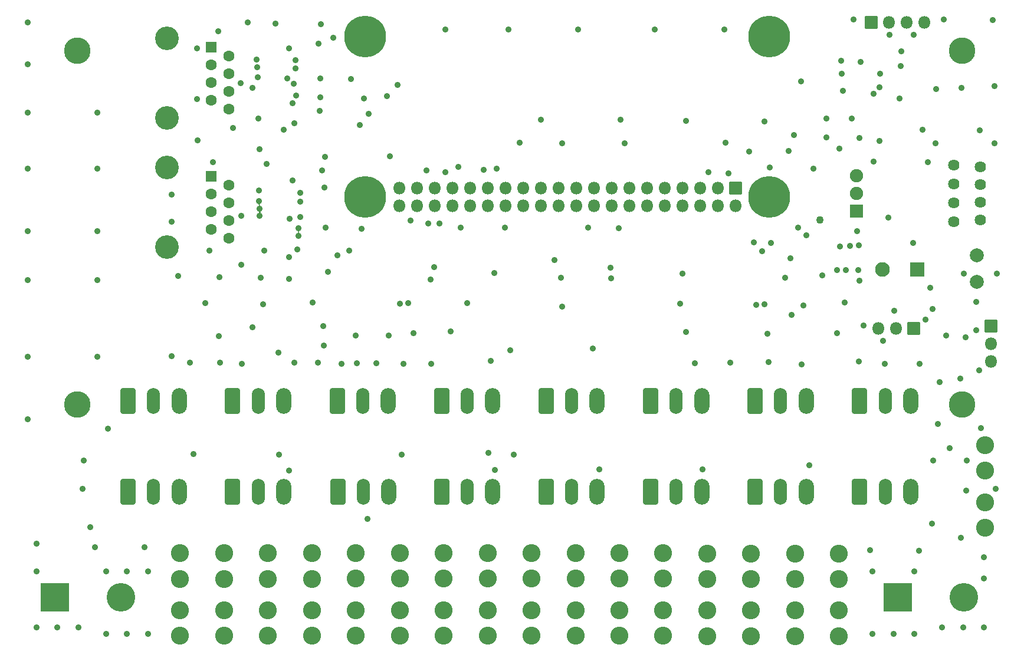
<source format=gbr>
%TF.GenerationSoftware,KiCad,Pcbnew,(6.0.7)*%
%TF.CreationDate,2022-08-20T02:55:52-04:00*%
%TF.ProjectId,Pi_Zero_W_16,50695f5a-6572-46f5-9f57-5f31362e6b69,v1*%
%TF.SameCoordinates,Original*%
%TF.FileFunction,Soldermask,Bot*%
%TF.FilePolarity,Negative*%
%FSLAX46Y46*%
G04 Gerber Fmt 4.6, Leading zero omitted, Abs format (unit mm)*
G04 Created by KiCad (PCBNEW (6.0.7)) date 2022-08-20 02:55:52*
%MOMM*%
%LPD*%
G01*
G04 APERTURE LIST*
G04 Aperture macros list*
%AMRoundRect*
0 Rectangle with rounded corners*
0 $1 Rounding radius*
0 $2 $3 $4 $5 $6 $7 $8 $9 X,Y pos of 4 corners*
0 Add a 4 corners polygon primitive as box body*
4,1,4,$2,$3,$4,$5,$6,$7,$8,$9,$2,$3,0*
0 Add four circle primitives for the rounded corners*
1,1,$1+$1,$2,$3*
1,1,$1+$1,$4,$5*
1,1,$1+$1,$6,$7*
1,1,$1+$1,$8,$9*
0 Add four rect primitives between the rounded corners*
20,1,$1+$1,$2,$3,$4,$5,0*
20,1,$1+$1,$4,$5,$6,$7,0*
20,1,$1+$1,$6,$7,$8,$9,0*
20,1,$1+$1,$8,$9,$2,$3,0*%
G04 Aperture macros list end*
%ADD10RoundRect,0.342667X-0.758333X-1.508333X0.758333X-1.508333X0.758333X1.508333X-0.758333X1.508333X0*%
%ADD11O,1.902000X3.702000*%
%ADD12O,2.202000X3.702000*%
%ADD13C,2.577000*%
%ADD14RoundRect,0.051000X-0.850000X0.850000X-0.850000X-0.850000X0.850000X-0.850000X0.850000X0.850000X0*%
%ADD15O,1.802000X1.802000*%
%ADD16RoundRect,0.051000X-0.850000X-0.850000X0.850000X-0.850000X0.850000X0.850000X-0.850000X0.850000X0*%
%ADD17RoundRect,0.051000X1.000000X1.000000X-1.000000X1.000000X-1.000000X-1.000000X1.000000X-1.000000X0*%
%ADD18C,2.102000*%
%ADD19RoundRect,0.051000X0.850000X-0.850000X0.850000X0.850000X-0.850000X0.850000X-0.850000X-0.850000X0*%
%ADD20C,3.402000*%
%ADD21RoundRect,0.051000X-0.750000X0.750000X-0.750000X-0.750000X0.750000X-0.750000X0.750000X0.750000X0*%
%ADD22C,1.602000*%
%ADD23RoundRect,0.051000X-2.000000X-2.000000X2.000000X-2.000000X2.000000X2.000000X-2.000000X2.000000X0*%
%ADD24C,4.102000*%
%ADD25C,2.006000*%
%ADD26C,3.802000*%
%ADD27RoundRect,0.051000X-0.900000X0.900000X-0.900000X-0.900000X0.900000X-0.900000X0.900000X0.900000X0*%
%ADD28C,1.902000*%
%ADD29C,1.626000*%
%ADD30C,6.000000*%
%ADD31C,0.902000*%
%ADD32C,1.102000*%
G04 APERTURE END LIST*
D10*
%TO.C,J2*%
X-112678400Y28900D03*
D11*
X-109018400Y28900D03*
D12*
X-105358400Y28900D03*
%TD*%
D10*
%TO.C,J5*%
X-82678400Y13028900D03*
D11*
X-79018400Y13028900D03*
D12*
X-75358400Y13028900D03*
%TD*%
D10*
%TO.C,J6*%
X-82564058Y28900D03*
D11*
X-78904058Y28900D03*
D12*
X-75244058Y28900D03*
%TD*%
D10*
%TO.C,J7*%
X-67678400Y13028900D03*
D11*
X-64018400Y13028900D03*
D12*
X-60358400Y13028900D03*
%TD*%
D10*
%TO.C,J8*%
X-67678400Y28900D03*
D11*
X-64018400Y28900D03*
D12*
X-60358400Y28900D03*
%TD*%
D10*
%TO.C,J9*%
X-52678400Y13028900D03*
D11*
X-49018400Y13028900D03*
D12*
X-45358400Y13028900D03*
%TD*%
D10*
%TO.C,J10*%
X-52678400Y28900D03*
D11*
X-49018400Y28900D03*
D12*
X-45358400Y28900D03*
%TD*%
D10*
%TO.C,J11*%
X-37678400Y13028900D03*
D11*
X-34018400Y13028900D03*
D12*
X-30358400Y13028900D03*
%TD*%
D10*
%TO.C,J12*%
X-37678400Y28900D03*
D11*
X-34018400Y28900D03*
D12*
X-30358400Y28900D03*
%TD*%
D10*
%TO.C,J13*%
X-22678400Y13028900D03*
D11*
X-19018400Y13028900D03*
D12*
X-15358400Y13028900D03*
%TD*%
D10*
%TO.C,J14*%
X-22678400Y28900D03*
D11*
X-19018400Y28900D03*
D12*
X-15358400Y28900D03*
%TD*%
D10*
%TO.C,J15*%
X-7678400Y13028900D03*
D11*
X-4018400Y13028900D03*
D12*
X-358400Y13028900D03*
%TD*%
D10*
%TO.C,J16*%
X-7678400Y28900D03*
D11*
X-4018400Y28900D03*
D12*
X-358400Y28900D03*
%TD*%
D13*
%TO.C,F1*%
X-105238400Y-20699100D03*
X-105238400Y-16999100D03*
X-105238400Y-12499100D03*
X-105238400Y-8799100D03*
%TD*%
%TO.C,F7*%
X-67398404Y-20695100D03*
X-67398404Y-16995100D03*
X-67398404Y-12495100D03*
X-67398404Y-8795100D03*
%TD*%
%TO.C,F2*%
X-98931734Y-20699100D03*
X-98931734Y-16999100D03*
X-98931734Y-12499100D03*
X-98931734Y-8799100D03*
%TD*%
%TO.C,F6*%
X-73705070Y-20695100D03*
X-73705070Y-16995100D03*
X-73705070Y-12495100D03*
X-73705070Y-8795100D03*
%TD*%
%TO.C,F8*%
X-61091738Y-20695100D03*
X-61091738Y-16995100D03*
X-61091738Y-12495100D03*
X-61091738Y-8795100D03*
%TD*%
%TO.C,F9*%
X-54785072Y-20695100D03*
X-54785072Y-16995100D03*
X-54785072Y-12495100D03*
X-54785072Y-8795100D03*
%TD*%
%TO.C,F10*%
X-48478406Y-20695100D03*
X-48478406Y-16995100D03*
X-48478406Y-12495100D03*
X-48478406Y-8795100D03*
%TD*%
%TO.C,F5*%
X-80011736Y-20695100D03*
X-80011736Y-16995100D03*
X-80011736Y-12495100D03*
X-80011736Y-8795100D03*
%TD*%
%TO.C,F3*%
X-92625068Y-20700100D03*
X-92625068Y-17000100D03*
X-92625068Y-12500100D03*
X-92625068Y-8800100D03*
%TD*%
%TO.C,F11*%
X-42171740Y-20695100D03*
X-42171740Y-16995100D03*
X-42171740Y-12495100D03*
X-42171740Y-8795100D03*
%TD*%
%TO.C,F4*%
X-86318402Y-20700100D03*
X-86318402Y-17000100D03*
X-86318402Y-12500100D03*
X-86318402Y-8800100D03*
%TD*%
D10*
%TO.C,J1*%
X-112678400Y13028900D03*
D11*
X-109018400Y13028900D03*
D12*
X-105358400Y13028900D03*
%TD*%
D10*
%TO.C,J3*%
X-97678400Y13028900D03*
D11*
X-94018400Y13028900D03*
D12*
X-90358400Y13028900D03*
%TD*%
D10*
%TO.C,J4*%
X-97678400Y28900D03*
D11*
X-94018400Y28900D03*
D12*
X-90358400Y28900D03*
%TD*%
D13*
%TO.C,F12*%
X-35865074Y-20691300D03*
X-35865074Y-16991300D03*
X-35865074Y-12491300D03*
X-35865074Y-8791300D03*
%TD*%
D14*
%TO.C,J21*%
X61600Y23484100D03*
D15*
X-2478400Y23484100D03*
X-5018400Y23484100D03*
%TD*%
D13*
%TO.C,F17*%
X10308800Y-5199100D03*
X10308800Y-1499100D03*
X10308800Y3000900D03*
X10308800Y6700900D03*
%TD*%
D16*
%TO.C,J20*%
X11161600Y23790500D03*
D15*
X11161600Y21250500D03*
X11161600Y18710500D03*
%TD*%
D17*
%TO.C,C1*%
X561600Y31950900D03*
D18*
X-4438400Y31950900D03*
%TD*%
D19*
%TO.C,J22*%
X-5988400Y67375900D03*
D15*
X-3448400Y67375900D03*
X-908400Y67375900D03*
X1631600Y67375900D03*
%TD*%
D20*
%TO.C,J23*%
X-107118400Y53648400D03*
X-107118400Y65078400D03*
D21*
X-100768400Y63808400D03*
D22*
X-98228400Y62538400D03*
X-100768400Y61268400D03*
X-98228400Y59998400D03*
X-100768400Y58728400D03*
X-98228400Y57458400D03*
X-100768400Y56188400D03*
X-98228400Y54918400D03*
%TD*%
D20*
%TO.C,J24*%
X-107093400Y46583400D03*
X-107093400Y35153400D03*
D21*
X-100743400Y45313400D03*
D22*
X-98203400Y44043400D03*
X-100743400Y42773400D03*
X-98203400Y41503400D03*
X-100743400Y40233400D03*
X-98203400Y38963400D03*
X-100743400Y37693400D03*
X-98203400Y36423400D03*
%TD*%
D23*
%TO.C,J18*%
X-2238400Y-15149100D03*
D24*
X7261600Y-15149100D03*
%TD*%
D13*
%TO.C,F13*%
X-29558408Y-20760100D03*
X-29558408Y-17060100D03*
X-29558408Y-12560100D03*
X-29558408Y-8860100D03*
%TD*%
%TO.C,F14*%
X-23251742Y-20760100D03*
X-23251742Y-17060100D03*
X-23251742Y-12560100D03*
X-23251742Y-8860100D03*
%TD*%
%TO.C,F15*%
X-16945076Y-20760100D03*
X-16945076Y-17060100D03*
X-16945076Y-12560100D03*
X-16945076Y-8860100D03*
%TD*%
%TO.C,F16*%
X-10638400Y-20760100D03*
X-10638400Y-17060100D03*
X-10638400Y-12560100D03*
X-10638400Y-8860100D03*
%TD*%
D23*
%TO.C,J17*%
X-123238400Y-15149100D03*
D24*
X-113738400Y-15149100D03*
%TD*%
D25*
%TO.C,J19*%
X9112059Y30145340D03*
X9112059Y33955340D03*
%TD*%
D26*
%TO.C,H2*%
X7010400Y12484900D03*
%TD*%
%TO.C,H3*%
X-119989600Y63284900D03*
%TD*%
D27*
%TO.C,U7*%
X-8117900Y40310900D03*
D28*
X-8117900Y42850900D03*
X-8117900Y45390900D03*
D29*
X9662100Y46660900D03*
X9662100Y44120900D03*
X9662100Y41580900D03*
X9662100Y39040900D03*
X5852100Y46892840D03*
X5852100Y44197900D03*
X5852100Y41503900D03*
X5852100Y38808960D03*
%TD*%
D26*
%TO.C,H4*%
X7010400Y63284900D03*
%TD*%
%TO.C,H1*%
X-119989600Y12484900D03*
%TD*%
D30*
%TO.C,U1*%
X-78623400Y42355900D03*
X-20623400Y42355900D03*
X-20623400Y65355900D03*
X-78623400Y65355900D03*
D19*
X-25493400Y43625900D03*
D15*
X-25493400Y41085900D03*
X-28033400Y43625900D03*
X-28033400Y41085900D03*
X-30573400Y43625900D03*
X-30573400Y41085900D03*
X-33113400Y43625900D03*
X-33113400Y41085900D03*
X-35653400Y43625900D03*
X-35653400Y41085900D03*
X-38193400Y43625900D03*
X-38193400Y41085900D03*
X-40733400Y43625900D03*
X-40733400Y41085900D03*
X-43273400Y43625900D03*
X-43273400Y41085900D03*
X-45813400Y43625900D03*
X-45813400Y41085900D03*
X-48353400Y43625900D03*
X-48353400Y41085900D03*
X-50893400Y43625900D03*
X-50893400Y41085900D03*
X-53433400Y43625900D03*
X-53433400Y41085900D03*
X-55973400Y43625900D03*
X-55973400Y41085900D03*
X-58513400Y43625900D03*
X-58513400Y41085900D03*
X-61053400Y43625900D03*
X-61053400Y41085900D03*
X-63593400Y43625900D03*
X-63593400Y41085900D03*
X-66133400Y43625900D03*
X-66133400Y41085900D03*
X-68673400Y43625900D03*
X-68673400Y41085900D03*
X-71213400Y43625900D03*
X-71213400Y41085900D03*
X-73753400Y43625900D03*
X-73753400Y41085900D03*
%TD*%
D31*
X-17422920Y25431340D03*
X-67118400Y66400900D03*
X-85118400Y56600900D03*
X-99568400Y30800900D03*
X-95518400Y67400900D03*
X-1718400Y63250900D03*
X-67118400Y45900900D03*
X-99768400Y66100900D03*
X-68018400Y38550900D03*
X-14318400Y46350900D03*
X-117118400Y37400900D03*
X7311600Y31308900D03*
X-16068400Y58950900D03*
X-89518400Y39200900D03*
X-50418400Y50026899D03*
X-69568400Y38550900D03*
X-59999600Y3126300D03*
X-30249600Y3226300D03*
X-4038400Y18350900D03*
X81600Y65600900D03*
X-15318400Y36850900D03*
X4381600Y67800900D03*
X-53418400Y53450900D03*
X-15968400Y18300900D03*
X-75268400Y22450900D03*
X-118141276Y-5051830D03*
X7161600Y-19449100D03*
X-9068400Y35300900D03*
X-14949600Y3776300D03*
X-127118400Y67400900D03*
X-9838400Y27150900D03*
X7661600Y4500900D03*
X-85018400Y67150900D03*
X-88818400Y52900900D03*
X-17638400Y33550900D03*
X-91068400Y20000900D03*
X-12468400Y50900900D03*
X-73418400Y5350900D03*
X-89599600Y3026300D03*
X-88368400Y34750900D03*
X-9618400Y31800900D03*
X-80668400Y59250900D03*
X-83268400Y65150900D03*
X-57368400Y5350900D03*
X-3568400Y39350900D03*
X-4868400Y50400900D03*
X-64038400Y27050900D03*
X-20718400Y18600900D03*
X-102768400Y56350900D03*
X-102768400Y63650900D03*
X-85418400Y18550900D03*
X-33118400Y31313980D03*
X-78118400Y54300900D03*
X-127118400Y46400900D03*
X-7868400Y31850900D03*
X-21668400Y34500900D03*
X-117118400Y54400900D03*
X-79168400Y37750900D03*
X-85118400Y59350900D03*
X-117118400Y30400900D03*
X-48118400Y66400900D03*
X-82068400Y18400900D03*
X-45049600Y3226300D03*
X-7518400Y61700900D03*
X-65318400Y46650900D03*
X-1818400Y61100900D03*
X-43368400Y30650900D03*
X11861600Y400900D03*
X9089600Y27244900D03*
X-8518400Y67800900D03*
X-51468400Y33250900D03*
X-119217900Y400900D03*
X-32568400Y53250900D03*
X-101018400Y34600900D03*
X-110338400Y-7949100D03*
X9531600Y51900900D03*
X-6218400Y-8379100D03*
X-37118400Y66400900D03*
X-26968400Y50100900D03*
X-93318400Y26950900D03*
X-64918400Y37950900D03*
X-73968400Y58400900D03*
X-13018400Y31100900D03*
X-7818400Y18700900D03*
X1761600Y24750900D03*
X-80018400Y22400900D03*
X-4338400Y21650900D03*
X-72473400Y27058300D03*
X-60118400Y31400900D03*
X-5718400Y47400900D03*
X2761600Y26250900D03*
X-84668400Y23750900D03*
X961600Y18350900D03*
X-84418400Y48100900D03*
X4771600Y22418900D03*
X-105468400Y31000900D03*
X-88218400Y36750900D03*
X-77068400Y18450900D03*
X-89068400Y44700900D03*
X-103318400Y5400900D03*
X-7688400Y30300900D03*
X-10938400Y22750900D03*
X-80968400Y34600900D03*
X1381600Y51950900D03*
X-71718400Y22800900D03*
X-23568400Y48850900D03*
X-78818400Y56450900D03*
X-106418400Y38800900D03*
X4161600Y-19449100D03*
X-79418400Y52650900D03*
X-50368400Y26600900D03*
X-86218400Y27200900D03*
X7611600Y150900D03*
X-69218400Y18400900D03*
X10161600Y-12449100D03*
X-17868400Y48950900D03*
X-69868400Y46100900D03*
X9089600Y23180900D03*
X-27118400Y66400900D03*
X-127118400Y19400900D03*
X-127118400Y54400900D03*
X-91018400Y5300900D03*
X11681600Y58200900D03*
X-125838400Y-7449100D03*
X-127118400Y37400900D03*
X-119838400Y-19449100D03*
X-31368400Y18450900D03*
X-125838400Y-11449100D03*
X-50518400Y30700900D03*
X-72118400Y38900900D03*
X-89868400Y59350900D03*
X-106468400Y19500900D03*
X6881600Y-6599100D03*
X-73641800Y27032900D03*
X-10618400Y49250900D03*
X-93118400Y34650900D03*
X881600Y-8449100D03*
X-7718400Y50750900D03*
X-73118400Y18350900D03*
X-59768400Y46350900D03*
X-10968400Y31800900D03*
X9761600Y9150900D03*
X-94018400Y53600900D03*
X-3418400Y65600900D03*
X-57818400Y20350900D03*
X-42018400Y53400900D03*
X-97668400Y52250900D03*
X-58568400Y37950900D03*
X-10368400Y61900900D03*
X-127118400Y61400900D03*
X3231600Y50050900D03*
X-21304040Y26894380D03*
X-58118400Y66400900D03*
X-69268400Y30450900D03*
X-8818400Y53600900D03*
X2081600Y47350900D03*
X11681600Y50000900D03*
X-94818400Y23600900D03*
X-33460480Y27001060D03*
X-89618400Y33700900D03*
X-56468400Y50100900D03*
X5228800Y6239100D03*
X-101568400Y27100900D03*
X-68718400Y32250900D03*
X-92768400Y47100900D03*
X-122838400Y-19449100D03*
X-26518400Y45700900D03*
X10161600Y-9449100D03*
X-46668400Y37950900D03*
X12011600Y31350900D03*
X-119038400Y4450900D03*
X-75068400Y48200900D03*
X-89568400Y63700900D03*
X-45968400Y20550900D03*
X2861600Y4450900D03*
X-43418400Y32200900D03*
X-8038400Y37450900D03*
X-102718400Y50450900D03*
X-84318400Y37950900D03*
X-117438400Y-7949100D03*
X-79818400Y18450900D03*
X-89118400Y55800900D03*
X-20568400Y46550900D03*
X-93818400Y49200900D03*
D32*
X-13388400Y39000400D03*
D31*
X-60968400Y5550900D03*
X-84018400Y31550900D03*
X-125838400Y-19449100D03*
X-106468400Y42650900D03*
X-100468400Y47350900D03*
X-127118400Y10400900D03*
X-20918400Y22700900D03*
X-41418400Y50026899D03*
X-7138400Y23850900D03*
X-1968400Y56450900D03*
X-85168400Y54650900D03*
X7565600Y22164900D03*
X9461600Y17450900D03*
X-84868400Y46150900D03*
X-89618400Y30550900D03*
X-103768400Y18550900D03*
X-17118400Y51250900D03*
X11431600Y67700900D03*
X-90368400Y52000900D03*
X-18338400Y30750900D03*
X3761600Y15750900D03*
X2461600Y29250900D03*
X-10518400Y35250900D03*
X-22528320Y26863900D03*
X6931600Y57950900D03*
X-20418400Y35750900D03*
X-88818400Y18550900D03*
X-93618400Y30750900D03*
X-115549600Y9076300D03*
X-7818400Y35350900D03*
X-12468400Y53550900D03*
X-82668400Y33900900D03*
X-22868400Y35800900D03*
X-60668400Y18750900D03*
X-99468400Y18550900D03*
X6761600Y16250900D03*
X-61668400Y46250900D03*
X-18400Y35750900D03*
X-21308054Y53162580D03*
X-42268400Y37850900D03*
X10161600Y-19449100D03*
X-117118400Y46400900D03*
X-96418400Y32600900D03*
X-78349600Y-3873700D03*
X-26268400Y18550900D03*
X-85368400Y64300900D03*
X-91518400Y67200900D03*
X-84518400Y43700900D03*
X-75518400Y56800900D03*
X-5718400Y57150900D03*
X-127118400Y30400900D03*
X-96318400Y18400900D03*
X-66368400Y23050900D03*
X-99668400Y22350900D03*
X-117118400Y19400900D03*
X2661600Y-4549100D03*
X-32618400Y22950900D03*
X3331600Y57850900D03*
X-2738400Y25950900D03*
X-15792240Y26772460D03*
X-16518400Y37950900D03*
X3561600Y9750900D03*
X-84568400Y20950900D03*
X-115838400Y-20449100D03*
X-115838400Y-11449100D03*
X-109838400Y-20449100D03*
X-112838400Y-11449100D03*
X-109838400Y-11449100D03*
X-112838400Y-20449100D03*
X-5838400Y-20449100D03*
X-5838400Y-11449100D03*
X161600Y-11449100D03*
X161600Y-20449100D03*
X-2838400Y-20449100D03*
X-94229982Y62042173D03*
X-88618400Y62000900D03*
X-94068400Y59500900D03*
X-88868400Y58600900D03*
X-96493400Y58625900D03*
X-88593400Y56875900D03*
X-94869038Y58007537D03*
X-29368400Y45850900D03*
X-94143400Y60925900D03*
X-88643400Y60750900D03*
X-4828400Y58050900D03*
X-10118400Y57550900D03*
X-10218400Y60000900D03*
X-4718400Y60000900D03*
X-93918400Y41725900D03*
X-87968400Y41650900D03*
X-88218400Y37850900D03*
X-93784736Y39617236D03*
X-93793400Y40650900D03*
X-96443400Y39625900D03*
X-87993400Y39425900D03*
X-93918400Y43250900D03*
X-87968400Y42950900D03*
G36*
X-88290185Y37407697D02*
G01*
X-88162906Y37405363D01*
X-88077056Y37428769D01*
X-88075122Y37428259D01*
X-88074596Y37426330D01*
X-88075765Y37424991D01*
X-88100741Y37414646D01*
X-88154900Y37371002D01*
X-88176772Y37305287D01*
X-88159644Y37238181D01*
X-88108761Y37190807D01*
X-88100979Y37187253D01*
X-88071366Y37174987D01*
X-88070148Y37173400D01*
X-88070913Y37171552D01*
X-88072704Y37171223D01*
X-88152036Y37194948D01*
X-88279334Y37195725D01*
X-88361954Y37172112D01*
X-88363895Y37172598D01*
X-88364444Y37174521D01*
X-88363269Y37175883D01*
X-88336058Y37187154D01*
X-88281899Y37230798D01*
X-88260027Y37296513D01*
X-88277155Y37363619D01*
X-88328038Y37410993D01*
X-88335821Y37414547D01*
X-88367502Y37427670D01*
X-88368720Y37429257D01*
X-88367955Y37431105D01*
X-88366141Y37431427D01*
X-88290185Y37407697D01*
G37*
G36*
X-93595022Y40247648D02*
G01*
X-93595766Y40246037D01*
X-93645493Y40205963D01*
X-93667365Y40140248D01*
X-93650237Y40073142D01*
X-93605495Y40031486D01*
X-93604909Y40029574D01*
X-93606272Y40028110D01*
X-93607431Y40028106D01*
X-93718372Y40061284D01*
X-93845670Y40062061D01*
X-93968070Y40027079D01*
X-93976217Y40021939D01*
X-93978215Y40021860D01*
X-93979282Y40023552D01*
X-93978539Y40025187D01*
X-93932644Y40062170D01*
X-93910771Y40127886D01*
X-93927899Y40194991D01*
X-93973665Y40237603D01*
X-93974251Y40239515D01*
X-93972888Y40240979D01*
X-93971706Y40240976D01*
X-93865185Y40207697D01*
X-93737906Y40205363D01*
X-93615087Y40238848D01*
X-93598068Y40249298D01*
X-93596068Y40249352D01*
X-93595022Y40247648D01*
G37*
G36*
X-93721036Y41322025D02*
G01*
X-93721780Y41320414D01*
X-93770990Y41280757D01*
X-93792862Y41215042D01*
X-93775733Y41147936D01*
X-93724950Y41100655D01*
X-93685915Y41088687D01*
X-93676689Y41087473D01*
X-93676185Y41087338D01*
X-93646366Y41074987D01*
X-93645148Y41073400D01*
X-93645913Y41071552D01*
X-93647704Y41071223D01*
X-93727036Y41094948D01*
X-93854334Y41095725D01*
X-93976734Y41060743D01*
X-93983763Y41056308D01*
X-93985761Y41056229D01*
X-93986828Y41057920D01*
X-93986085Y41059556D01*
X-93940809Y41096043D01*
X-93918937Y41161758D01*
X-93936066Y41228864D01*
X-93986849Y41276145D01*
X-94025884Y41288113D01*
X-94035112Y41289327D01*
X-94035616Y41289462D01*
X-94067505Y41302671D01*
X-94068723Y41304258D01*
X-94067958Y41306106D01*
X-94066144Y41306428D01*
X-93990185Y41282697D01*
X-93862906Y41280363D01*
X-93740085Y41313849D01*
X-93724081Y41323675D01*
X-93722082Y41323729D01*
X-93721036Y41322025D01*
G37*
M02*

</source>
